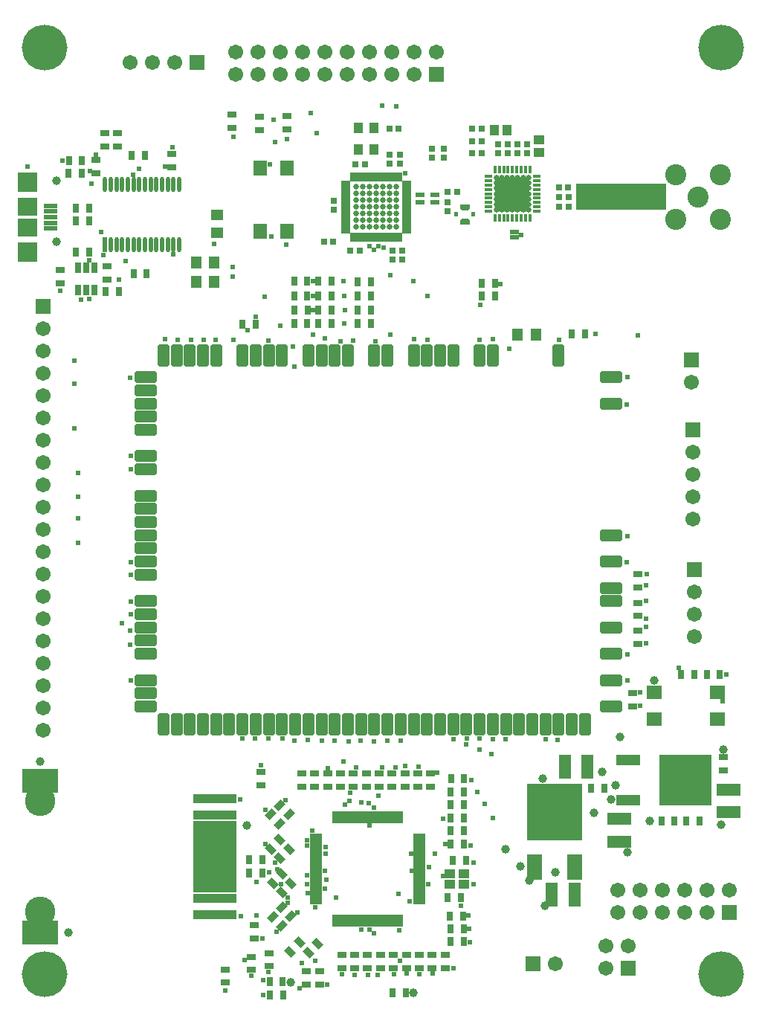
<source format=gts>
G04*
G04 #@! TF.GenerationSoftware,Altium Limited,Altium Designer,19.1.9 (167)*
G04*
G04 Layer_Color=8388736*
%FSLAX44Y44*%
%MOMM*%
G71*
G01*
G75*
%ADD56R,4.0000X4.0000*%
%ADD57R,1.0160X1.1684*%
%ADD58R,0.8032X1.1032*%
%ADD59R,1.3032X1.4032*%
%ADD60R,6.3032X6.5032*%
%ADD61R,1.7032X3.0032*%
%ADD62R,1.1032X1.2032*%
%ADD63R,1.2032X1.1032*%
%ADD64R,0.8032X1.3032*%
%ADD65O,0.5032X1.7032*%
%ADD66R,0.5032X1.7032*%
%ADD67R,2.8032X1.2632*%
%ADD68R,5.9032X5.8352*%
%ADD69R,0.4000X0.9000*%
%ADD70R,0.9000X0.4000*%
%ADD71R,0.5032X0.5782*%
%ADD72R,0.5032X1.0532*%
%ADD73R,1.0532X0.5032*%
%ADD74R,0.5032X1.4032*%
%ADD75R,1.4032X0.5032*%
%ADD76R,1.8032X1.6032*%
%ADD77R,1.6032X1.8032*%
%ADD78R,1.1032X0.8032*%
%ADD79R,0.7620X0.7620*%
%ADD80R,0.7620X0.7620*%
G04:AMPARAMS|DCode=81|XSize=0.8032mm|YSize=1.1032mm|CornerRadius=0mm|HoleSize=0mm|Usage=FLASHONLY|Rotation=45.000|XOffset=0mm|YOffset=0mm|HoleType=Round|Shape=Rectangle|*
%AMROTATEDRECTD81*
4,1,4,0.1061,-0.6740,-0.6740,0.1061,-0.1061,0.6740,0.6740,-0.1061,0.1061,-0.6740,0.0*
%
%ADD81ROTATEDRECTD81*%

G04:AMPARAMS|DCode=82|XSize=0.8032mm|YSize=1.1032mm|CornerRadius=0mm|HoleSize=0mm|Usage=FLASHONLY|Rotation=135.000|XOffset=0mm|YOffset=0mm|HoleType=Round|Shape=Rectangle|*
%AMROTATEDRECTD82*
4,1,4,0.6740,0.1061,-0.1061,-0.6740,-0.6740,-0.1061,0.1061,0.6740,0.6740,0.1061,0.0*
%
%ADD82ROTATEDRECTD82*%

%ADD83R,1.1032X0.5532*%
%ADD84R,1.1684X1.0160*%
%ADD85R,1.6032X0.6032*%
%ADD86R,2.2032X2.2032*%
%ADD87R,2.2032X2.1032*%
G04:AMPARAMS|DCode=88|XSize=2.6032mm|YSize=1.4032mm|CornerRadius=0.4016mm|HoleSize=0mm|Usage=FLASHONLY|Rotation=90.000|XOffset=0mm|YOffset=0mm|HoleType=Round|Shape=RoundedRectangle|*
%AMROUNDEDRECTD88*
21,1,2.6032,0.6000,0,0,90.0*
21,1,1.8000,1.4032,0,0,90.0*
1,1,0.8032,0.3000,0.9000*
1,1,0.8032,0.3000,-0.9000*
1,1,0.8032,-0.3000,-0.9000*
1,1,0.8032,-0.3000,0.9000*
%
%ADD88ROUNDEDRECTD88*%
G04:AMPARAMS|DCode=89|XSize=1.4032mm|YSize=2.6032mm|CornerRadius=0.4016mm|HoleSize=0mm|Usage=FLASHONLY|Rotation=90.000|XOffset=0mm|YOffset=0mm|HoleType=Round|Shape=RoundedRectangle|*
%AMROUNDEDRECTD89*
21,1,1.4032,1.8000,0,0,90.0*
21,1,0.6000,2.6032,0,0,90.0*
1,1,0.8032,0.9000,0.3000*
1,1,0.8032,0.9000,-0.3000*
1,1,0.8032,-0.9000,-0.3000*
1,1,0.8032,-0.9000,0.3000*
%
%ADD89ROUNDEDRECTD89*%
%ADD90R,0.4000X0.5000*%
%ADD91R,0.5000X0.5000*%
%ADD92R,4.1032X2.7032*%
%ADD93R,5.0032X1.0132*%
%ADD94R,1.4032X1.3032*%
%ADD95R,2.8032X1.4032*%
%ADD96R,1.4032X2.8032*%
%ADD97C,1.0032*%
%ADD98C,0.6532*%
%ADD99C,5.2032*%
%ADD100C,1.7032*%
%ADD101R,1.7032X1.7032*%
%ADD102R,1.7032X1.7032*%
%ADD103C,2.4032*%
%ADD104C,3.4532*%
%ADD105C,0.6032*%
G36*
X742500Y905000D02*
X640000D01*
Y935000D01*
X742500D01*
Y905000D01*
D02*
G37*
G36*
X518500Y906550D02*
X516200Y904250D01*
X509800D01*
X507500Y906550D01*
Y911250D01*
X518500D01*
Y906550D01*
D02*
G37*
G36*
X524500Y897250D02*
X520500D01*
Y902250D01*
X524500D01*
Y897250D01*
D02*
G37*
G36*
X505500D02*
X501500D01*
Y902250D01*
X505500D01*
Y897250D01*
D02*
G37*
G36*
X518500Y892950D02*
Y888250D01*
X507500D01*
Y892950D01*
X509800Y895250D01*
X516200D01*
X518500Y892950D01*
D02*
G37*
D56*
X567500Y923250D02*
D03*
D57*
X561112Y995500D02*
D03*
X546888D02*
D03*
D58*
X634750Y763750D02*
D03*
X649750D02*
D03*
X149000Y967000D02*
D03*
X134000D02*
D03*
X119375Y812125D02*
D03*
X104375D02*
D03*
X85250Y856750D02*
D03*
X70250D02*
D03*
X62250Y961302D02*
D03*
X77250D02*
D03*
X136000Y832000D02*
D03*
X151000D02*
D03*
X70000Y892350D02*
D03*
X85000D02*
D03*
X70000Y907053D02*
D03*
X85000D02*
D03*
X61750Y946600D02*
D03*
X76750D02*
D03*
X333750Y775142D02*
D03*
X318750D02*
D03*
X334000Y790845D02*
D03*
X319000D02*
D03*
X333848Y807048D02*
D03*
X318848D02*
D03*
X333848Y823750D02*
D03*
X318848D02*
D03*
X346152Y775142D02*
D03*
X361152D02*
D03*
X346403Y790845D02*
D03*
X361403D02*
D03*
X346250Y807048D02*
D03*
X361250D02*
D03*
X346250Y823750D02*
D03*
X361250D02*
D03*
X547500Y806500D02*
D03*
X532500D02*
D03*
X406250Y775250D02*
D03*
X391250D02*
D03*
X406250Y791000D02*
D03*
X391250D02*
D03*
X406250Y807000D02*
D03*
X391250D02*
D03*
X774750Y375750D02*
D03*
X759750D02*
D03*
X406250Y823250D02*
D03*
X391250D02*
D03*
X532500Y821202D02*
D03*
X547500D02*
D03*
X274750Y775000D02*
D03*
X259750D02*
D03*
X737000Y209500D02*
D03*
X752000D02*
D03*
X765500Y209250D02*
D03*
X780500D02*
D03*
X512250Y183202D02*
D03*
X497250D02*
D03*
X511750Y71690D02*
D03*
X496750D02*
D03*
X511750Y86392D02*
D03*
X496750D02*
D03*
X497250Y212905D02*
D03*
X512250D02*
D03*
X512500Y257013D02*
D03*
X497500D02*
D03*
X512250Y242310D02*
D03*
X497250D02*
D03*
X512250Y227608D02*
D03*
X497250D02*
D03*
X512250Y198202D02*
D03*
X497250D02*
D03*
X496250Y101095D02*
D03*
X511250D02*
D03*
X267500Y165000D02*
D03*
X282500D02*
D03*
X446000Y13750D02*
D03*
X431000D02*
D03*
X803750Y375500D02*
D03*
X788750D02*
D03*
X672000Y246750D02*
D03*
X657000D02*
D03*
X514500Y164500D02*
D03*
X499500D02*
D03*
X508750Y121500D02*
D03*
X493750D02*
D03*
X290750Y26250D02*
D03*
X305750D02*
D03*
X291000Y11250D02*
D03*
X306000D02*
D03*
X282500Y150000D02*
D03*
X267500D02*
D03*
D59*
X594000Y762500D02*
D03*
X573000D02*
D03*
X228000Y822750D02*
D03*
X207000D02*
D03*
X228000Y845000D02*
D03*
X207000D02*
D03*
D60*
X615750Y219250D02*
D03*
D61*
X592890Y156750D02*
D03*
X638610D02*
D03*
D62*
X392111Y998025D02*
D03*
Y974025D02*
D03*
X410111D02*
D03*
Y998025D02*
D03*
D63*
X512500Y136750D02*
D03*
Y149000D02*
D03*
X496000Y136750D02*
D03*
Y149000D02*
D03*
D64*
X72500Y813250D02*
D03*
X82000D02*
D03*
X91500D02*
D03*
X72500Y839250D02*
D03*
X82000D02*
D03*
X91500D02*
D03*
D65*
X188000Y934250D02*
D03*
X181500D02*
D03*
X175000D02*
D03*
X168500D02*
D03*
X162000D02*
D03*
X155500D02*
D03*
X149000D02*
D03*
X142500D02*
D03*
X136000D02*
D03*
X129500D02*
D03*
X123000D02*
D03*
X116500D02*
D03*
X110000D02*
D03*
X103500D02*
D03*
X188000Y865250D02*
D03*
X181500D02*
D03*
X175000D02*
D03*
X168500D02*
D03*
X162000D02*
D03*
X155500D02*
D03*
X149000D02*
D03*
X142500D02*
D03*
X136000D02*
D03*
X129500D02*
D03*
X123000D02*
D03*
X116500D02*
D03*
X110000D02*
D03*
D66*
X103500D02*
D03*
D67*
X699250Y278860D02*
D03*
Y233140D02*
D03*
D68*
X764750Y256000D02*
D03*
D69*
X547500Y950750D02*
D03*
X552500D02*
D03*
X557500D02*
D03*
X562500D02*
D03*
X567500D02*
D03*
X572500D02*
D03*
X577500D02*
D03*
X582500D02*
D03*
X587500D02*
D03*
Y895750D02*
D03*
X582500D02*
D03*
X577500D02*
D03*
X572500D02*
D03*
X567500D02*
D03*
X562500D02*
D03*
X557500D02*
D03*
X552500D02*
D03*
X547500D02*
D03*
D70*
X595000Y943250D02*
D03*
Y938250D02*
D03*
Y933250D02*
D03*
Y928250D02*
D03*
Y923250D02*
D03*
Y918250D02*
D03*
Y913250D02*
D03*
Y908250D02*
D03*
Y903250D02*
D03*
X540000D02*
D03*
Y908250D02*
D03*
Y913250D02*
D03*
Y918250D02*
D03*
Y923250D02*
D03*
Y928250D02*
D03*
Y933250D02*
D03*
Y938250D02*
D03*
Y943250D02*
D03*
D71*
X567500Y873750D02*
D03*
Y879500D02*
D03*
X572500D02*
D03*
Y873751D02*
D03*
X577500Y876625D02*
D03*
D72*
X439741Y873589D02*
D03*
X434741D02*
D03*
X429741D02*
D03*
X424741D02*
D03*
X419741D02*
D03*
X414741D02*
D03*
X409741D02*
D03*
X404741D02*
D03*
X399741D02*
D03*
X394741D02*
D03*
X389741D02*
D03*
X384741D02*
D03*
Y942589D02*
D03*
X389741D02*
D03*
X394741D02*
D03*
X399741D02*
D03*
X404741D02*
D03*
X409741D02*
D03*
X414741D02*
D03*
X419741D02*
D03*
X424741D02*
D03*
X429741D02*
D03*
X434741D02*
D03*
X439741D02*
D03*
D73*
X377741Y880589D02*
D03*
Y885589D02*
D03*
Y890589D02*
D03*
Y895589D02*
D03*
Y900589D02*
D03*
Y905589D02*
D03*
Y910589D02*
D03*
Y915589D02*
D03*
Y920589D02*
D03*
Y925589D02*
D03*
Y930589D02*
D03*
Y935589D02*
D03*
X446741D02*
D03*
Y930589D02*
D03*
Y925589D02*
D03*
Y920589D02*
D03*
Y915589D02*
D03*
Y910589D02*
D03*
Y905589D02*
D03*
Y900589D02*
D03*
Y895589D02*
D03*
Y890589D02*
D03*
Y885589D02*
D03*
Y880589D02*
D03*
D74*
X365000Y95500D02*
D03*
X370000D02*
D03*
X375000D02*
D03*
X380000D02*
D03*
X385000D02*
D03*
X390000D02*
D03*
X395000D02*
D03*
X400000D02*
D03*
X405000D02*
D03*
X410000D02*
D03*
X415000D02*
D03*
X420000D02*
D03*
X425000D02*
D03*
X430000D02*
D03*
X435000D02*
D03*
X440000D02*
D03*
Y213500D02*
D03*
X435000D02*
D03*
X430000D02*
D03*
X425000D02*
D03*
X420000D02*
D03*
X415000D02*
D03*
X410000D02*
D03*
X405000D02*
D03*
X400000D02*
D03*
X395000D02*
D03*
X390000D02*
D03*
X385000D02*
D03*
X380000D02*
D03*
X375000D02*
D03*
X370000D02*
D03*
X365000D02*
D03*
D75*
X461500Y117000D02*
D03*
Y122000D02*
D03*
Y127000D02*
D03*
Y132000D02*
D03*
Y137000D02*
D03*
Y142000D02*
D03*
Y147000D02*
D03*
Y152000D02*
D03*
Y157000D02*
D03*
Y162000D02*
D03*
Y167000D02*
D03*
Y172000D02*
D03*
Y177000D02*
D03*
Y182000D02*
D03*
Y187000D02*
D03*
Y192000D02*
D03*
X343500D02*
D03*
Y187000D02*
D03*
Y182000D02*
D03*
Y177000D02*
D03*
Y172000D02*
D03*
Y167000D02*
D03*
Y162000D02*
D03*
Y157000D02*
D03*
Y152000D02*
D03*
Y147000D02*
D03*
Y142000D02*
D03*
Y137000D02*
D03*
Y132000D02*
D03*
Y127000D02*
D03*
Y122000D02*
D03*
Y117000D02*
D03*
D76*
X801250Y355500D02*
D03*
X729250D02*
D03*
X801250Y325500D02*
D03*
X729250D02*
D03*
D77*
X280250Y952500D02*
D03*
Y880500D02*
D03*
X310250Y952500D02*
D03*
Y880500D02*
D03*
D78*
X52250Y821250D02*
D03*
Y836250D02*
D03*
X117500Y977000D02*
D03*
Y992000D02*
D03*
X102797Y977000D02*
D03*
Y992000D02*
D03*
X248250Y998250D02*
D03*
Y1013250D02*
D03*
X279250Y995800D02*
D03*
Y1010800D02*
D03*
X310500Y996500D02*
D03*
Y1011500D02*
D03*
X105750Y825678D02*
D03*
Y840678D02*
D03*
X290000Y43750D02*
D03*
Y58750D02*
D03*
X402453Y41498D02*
D03*
Y56498D02*
D03*
X373047Y41498D02*
D03*
Y56498D02*
D03*
X347750Y23000D02*
D03*
Y38000D02*
D03*
X342125Y263250D02*
D03*
Y248250D02*
D03*
X417155Y56497D02*
D03*
Y41498D02*
D03*
X387750Y56497D02*
D03*
Y41498D02*
D03*
X333047Y38000D02*
D03*
Y23000D02*
D03*
X327422Y263250D02*
D03*
Y248250D02*
D03*
X356827Y263250D02*
D03*
Y248250D02*
D03*
X371530Y248250D02*
D03*
Y263250D02*
D03*
X400935Y263250D02*
D03*
Y248250D02*
D03*
X281250Y265000D02*
D03*
Y250000D02*
D03*
X240750Y25000D02*
D03*
Y40000D02*
D03*
X445042Y263250D02*
D03*
Y248250D02*
D03*
X474448Y263250D02*
D03*
Y248250D02*
D03*
X459745Y263250D02*
D03*
Y248250D02*
D03*
X490668Y56497D02*
D03*
Y41498D02*
D03*
X415637Y248250D02*
D03*
Y263250D02*
D03*
X430340Y248250D02*
D03*
Y263250D02*
D03*
X273250Y75250D02*
D03*
Y90250D02*
D03*
X704000Y354750D02*
D03*
Y339750D02*
D03*
X710000Y490000D02*
D03*
Y475000D02*
D03*
X92750Y946500D02*
D03*
Y961500D02*
D03*
X179750Y953750D02*
D03*
Y968750D02*
D03*
X710000Y411000D02*
D03*
Y426000D02*
D03*
Y442500D02*
D03*
Y457500D02*
D03*
X807750Y282000D02*
D03*
Y267000D02*
D03*
X386232Y263250D02*
D03*
Y248250D02*
D03*
X475965Y41498D02*
D03*
Y56498D02*
D03*
X461263Y41498D02*
D03*
Y56498D02*
D03*
X446560Y41498D02*
D03*
Y56498D02*
D03*
X431858Y41498D02*
D03*
Y56498D02*
D03*
X270250Y39500D02*
D03*
Y54500D02*
D03*
D79*
X631086Y930591D02*
D03*
X620418D02*
D03*
X620500Y908250D02*
D03*
X631168D02*
D03*
Y919420D02*
D03*
X620500D02*
D03*
X427250Y997500D02*
D03*
X437918D02*
D03*
X388491Y956339D02*
D03*
X399159D02*
D03*
X382750Y858500D02*
D03*
X393418D02*
D03*
X352621Y868828D02*
D03*
X363289D02*
D03*
X504325Y925089D02*
D03*
X493657D02*
D03*
X521750Y969750D02*
D03*
X532418D02*
D03*
X521750Y997000D02*
D03*
X532418D02*
D03*
X521666Y983250D02*
D03*
X532334D02*
D03*
D80*
X489500Y964166D02*
D03*
Y974834D02*
D03*
X475750Y964166D02*
D03*
Y974834D02*
D03*
X551250Y969000D02*
D03*
Y979668D02*
D03*
X363741Y904755D02*
D03*
Y915423D02*
D03*
X573337Y969000D02*
D03*
Y979668D02*
D03*
X427741Y968089D02*
D03*
Y957421D02*
D03*
X430779Y847950D02*
D03*
Y858618D02*
D03*
X438912Y968007D02*
D03*
Y957339D02*
D03*
X441950Y847950D02*
D03*
Y858618D02*
D03*
X493491Y913918D02*
D03*
Y903250D02*
D03*
X584507Y969000D02*
D03*
Y979668D02*
D03*
X562166Y969000D02*
D03*
Y979668D02*
D03*
D81*
X335000Y58931D02*
D03*
X345607Y69537D02*
D03*
X324749Y71037D02*
D03*
X314142Y60430D02*
D03*
X313053Y177230D02*
D03*
X302447Y166624D02*
D03*
X294374Y138374D02*
D03*
X304980Y148980D02*
D03*
X291947Y177124D02*
D03*
X302553Y187730D02*
D03*
X315230Y138383D02*
D03*
X304624Y127776D02*
D03*
D82*
X313053Y216624D02*
D03*
X302447Y227230D02*
D03*
X294374Y99980D02*
D03*
X304980Y89374D02*
D03*
X291647Y216670D02*
D03*
X302253Y206064D02*
D03*
X315230Y100374D02*
D03*
X304624Y110980D02*
D03*
D83*
X479241Y913839D02*
D03*
Y922339D02*
D03*
X462241Y913839D02*
D03*
Y922339D02*
D03*
D84*
X597710Y984724D02*
D03*
Y970500D02*
D03*
D85*
X41000Y909600D02*
D03*
Y903100D02*
D03*
Y896600D02*
D03*
Y890100D02*
D03*
Y883600D02*
D03*
D86*
X15500Y936600D02*
D03*
Y856600D02*
D03*
D87*
Y884600D02*
D03*
Y908600D02*
D03*
D88*
X290000Y319500D02*
D03*
X440000D02*
D03*
X605000D02*
D03*
X170000D02*
D03*
X215000D02*
D03*
X230000D02*
D03*
X275000D02*
D03*
X335000D02*
D03*
X320000D02*
D03*
X350000D02*
D03*
X380000D02*
D03*
X395000D02*
D03*
X410000D02*
D03*
X455000D02*
D03*
X500000D02*
D03*
X515000D02*
D03*
X560000D02*
D03*
X575000D02*
D03*
X620000D02*
D03*
X635000D02*
D03*
X185000D02*
D03*
X200000D02*
D03*
X245000D02*
D03*
X260000D02*
D03*
X305000D02*
D03*
X365000D02*
D03*
X425000D02*
D03*
X470000D02*
D03*
X485000D02*
D03*
X530000D02*
D03*
X545000D02*
D03*
X590000D02*
D03*
X650000D02*
D03*
X290000Y739500D02*
D03*
X170000D02*
D03*
X275000D02*
D03*
X215000D02*
D03*
X230000D02*
D03*
X335000D02*
D03*
X350000D02*
D03*
X410000D02*
D03*
X380000D02*
D03*
X455000D02*
D03*
X500000D02*
D03*
X620000D02*
D03*
X185000D02*
D03*
X200000D02*
D03*
X260000D02*
D03*
X305000D02*
D03*
X365000D02*
D03*
X425000D02*
D03*
X470000D02*
D03*
X485000D02*
D03*
X530000D02*
D03*
X545000D02*
D03*
D89*
X680000Y684500D02*
D03*
Y504500D02*
D03*
Y459500D02*
D03*
Y399500D02*
D03*
Y339500D02*
D03*
Y714500D02*
D03*
Y534500D02*
D03*
Y474500D02*
D03*
Y429500D02*
D03*
Y369500D02*
D03*
X150000Y549500D02*
D03*
Y699500D02*
D03*
Y684500D02*
D03*
Y669500D02*
D03*
Y624500D02*
D03*
Y609500D02*
D03*
Y579500D02*
D03*
Y564500D02*
D03*
Y519500D02*
D03*
Y504500D02*
D03*
Y399500D02*
D03*
Y444500D02*
D03*
Y459500D02*
D03*
Y339500D02*
D03*
Y354500D02*
D03*
Y714500D02*
D03*
Y654500D02*
D03*
Y534500D02*
D03*
Y489500D02*
D03*
Y429500D02*
D03*
Y414500D02*
D03*
Y369500D02*
D03*
D90*
X522500Y899750D02*
D03*
X503500D02*
D03*
D91*
X513000Y908250D02*
D03*
Y891250D02*
D03*
D92*
X29300Y81850D02*
D03*
Y255250D02*
D03*
D93*
X228500Y234650D02*
D03*
Y102450D02*
D03*
Y120850D02*
D03*
Y216250D02*
D03*
Y204250D02*
D03*
Y194050D02*
D03*
Y183850D02*
D03*
Y132850D02*
D03*
Y143050D02*
D03*
Y153250D02*
D03*
Y163450D02*
D03*
Y173650D02*
D03*
D94*
X230750Y878500D02*
D03*
Y899500D02*
D03*
D95*
X813750Y245000D02*
D03*
Y219000D02*
D03*
X689500Y211750D02*
D03*
Y185750D02*
D03*
D96*
X653000Y271000D02*
D03*
X627000D02*
D03*
X638000Y125000D02*
D03*
X612000D02*
D03*
D97*
X635750Y229250D02*
D03*
X625750D02*
D03*
X615750D02*
D03*
X605750D02*
D03*
X595750D02*
D03*
X605750Y209250D02*
D03*
X615750D02*
D03*
X625750D02*
D03*
Y219250D02*
D03*
X635750D02*
D03*
Y209250D02*
D03*
Y199250D02*
D03*
X625750D02*
D03*
X615750D02*
D03*
X605750D02*
D03*
X595750D02*
D03*
Y209250D02*
D03*
Y219250D02*
D03*
X605750D02*
D03*
X615750D02*
D03*
X764250Y256000D02*
D03*
Y266000D02*
D03*
Y276000D02*
D03*
X774250D02*
D03*
Y266000D02*
D03*
Y256000D02*
D03*
Y246000D02*
D03*
Y236000D02*
D03*
X764250D02*
D03*
Y246000D02*
D03*
X754250Y236000D02*
D03*
Y246000D02*
D03*
Y256000D02*
D03*
Y266000D02*
D03*
Y276000D02*
D03*
X744250D02*
D03*
Y266000D02*
D03*
Y256000D02*
D03*
Y246000D02*
D03*
Y236000D02*
D03*
X680000Y233500D02*
D03*
X604000Y113000D02*
D03*
X601500Y257500D02*
D03*
X660500Y218500D02*
D03*
X729250Y369250D02*
D03*
X264500Y204250D02*
D03*
X61500Y82500D02*
D03*
X29750Y277250D02*
D03*
X805483Y205017D02*
D03*
X807483Y290267D02*
D03*
X684750Y249500D02*
D03*
X723733Y209267D02*
D03*
X698233Y173517D02*
D03*
X616500Y150500D02*
D03*
X576233Y157267D02*
D03*
X586483Y141017D02*
D03*
X670000Y265000D02*
D03*
X690000Y305000D02*
D03*
X48500Y868750D02*
D03*
X559750Y177250D02*
D03*
X454250Y13750D02*
D03*
X315000Y25000D02*
D03*
X48500Y938250D02*
D03*
D98*
X567500Y923250D02*
D03*
X561500D02*
D03*
X555500D02*
D03*
X549500D02*
D03*
Y929250D02*
D03*
Y935250D02*
D03*
Y941250D02*
D03*
X555500D02*
D03*
X561500D02*
D03*
X567500D02*
D03*
X573500D02*
D03*
X579500D02*
D03*
X585500D02*
D03*
Y935250D02*
D03*
Y929250D02*
D03*
Y923250D02*
D03*
Y917250D02*
D03*
Y911250D02*
D03*
Y905250D02*
D03*
X579500D02*
D03*
X573500D02*
D03*
X567500D02*
D03*
X561500D02*
D03*
X555500D02*
D03*
X549500D02*
D03*
Y911250D02*
D03*
Y917250D02*
D03*
X555500D02*
D03*
X561500D02*
D03*
X567500D02*
D03*
Y911250D02*
D03*
X561500D02*
D03*
X555500D02*
D03*
Y929250D02*
D03*
Y935250D02*
D03*
X561500D02*
D03*
X567500D02*
D03*
X573500D02*
D03*
X579500D02*
D03*
Y929250D02*
D03*
Y923250D02*
D03*
Y917250D02*
D03*
Y911250D02*
D03*
X573500D02*
D03*
Y917250D02*
D03*
Y923250D02*
D03*
Y929250D02*
D03*
X567500D02*
D03*
X561500D02*
D03*
X397001Y923329D02*
D03*
X404621D02*
D03*
X412241D02*
D03*
X419861D02*
D03*
X427481D02*
D03*
Y915709D02*
D03*
Y908089D02*
D03*
Y900469D02*
D03*
Y892849D02*
D03*
X419861D02*
D03*
X412241D02*
D03*
X404621D02*
D03*
X397001D02*
D03*
Y900469D02*
D03*
X404621D02*
D03*
X412241D02*
D03*
X419861D02*
D03*
Y908089D02*
D03*
Y915709D02*
D03*
X412241D02*
D03*
X404621D02*
D03*
X397001D02*
D03*
X389381D02*
D03*
Y923329D02*
D03*
Y930949D02*
D03*
X397001D02*
D03*
X404621D02*
D03*
X412241D02*
D03*
X419861D02*
D03*
X427481D02*
D03*
X435101D02*
D03*
Y923329D02*
D03*
Y915709D02*
D03*
Y908089D02*
D03*
Y900469D02*
D03*
Y892849D02*
D03*
Y885229D02*
D03*
X427481D02*
D03*
X419861D02*
D03*
X412241D02*
D03*
X404621D02*
D03*
X397001D02*
D03*
X389381D02*
D03*
Y892849D02*
D03*
Y900469D02*
D03*
Y908089D02*
D03*
X397001D02*
D03*
X404621D02*
D03*
X412241D02*
D03*
D99*
X805000Y1090000D02*
D03*
X35000D02*
D03*
X805000Y35000D02*
D03*
X35000D02*
D03*
D100*
X32500Y642750D02*
D03*
Y668150D02*
D03*
Y693550D02*
D03*
Y718950D02*
D03*
Y744350D02*
D03*
Y769750D02*
D03*
Y617350D02*
D03*
Y591950D02*
D03*
Y566550D02*
D03*
Y541150D02*
D03*
Y515750D02*
D03*
Y490350D02*
D03*
Y464950D02*
D03*
Y439550D02*
D03*
Y414150D02*
D03*
Y388750D02*
D03*
Y363350D02*
D03*
Y337950D02*
D03*
Y312550D02*
D03*
X252250Y1084150D02*
D03*
X277650D02*
D03*
X303050D02*
D03*
X328450D02*
D03*
X252250Y1058750D02*
D03*
X277650D02*
D03*
X303050D02*
D03*
X328450D02*
D03*
X430050Y1084150D02*
D03*
Y1058750D02*
D03*
X480850Y1084150D02*
D03*
X455450Y1058750D02*
D03*
Y1084150D02*
D03*
X404650Y1058750D02*
D03*
Y1084150D02*
D03*
X379250Y1058750D02*
D03*
Y1084150D02*
D03*
X353850Y1058750D02*
D03*
Y1084150D02*
D03*
X773000Y552950D02*
D03*
Y578350D02*
D03*
Y603750D02*
D03*
Y629150D02*
D03*
X131700Y1072750D02*
D03*
X157100D02*
D03*
X182500D02*
D03*
X774250Y419450D02*
D03*
Y444850D02*
D03*
Y470250D02*
D03*
X771500Y708750D02*
D03*
X616000Y46500D02*
D03*
X699500Y66900D02*
D03*
X674100Y41500D02*
D03*
Y66900D02*
D03*
X763750Y130400D02*
D03*
Y105000D02*
D03*
X814550Y130400D02*
D03*
X789150Y105000D02*
D03*
Y130400D02*
D03*
X738350Y105000D02*
D03*
Y130400D02*
D03*
X712950Y105000D02*
D03*
Y130400D02*
D03*
X687550Y105000D02*
D03*
Y130400D02*
D03*
D101*
X32500Y795150D02*
D03*
X773000Y654550D02*
D03*
X774250Y495650D02*
D03*
X771500Y734150D02*
D03*
D102*
X480850Y1058750D02*
D03*
X207900Y1072750D02*
D03*
X590600Y46500D02*
D03*
X699500Y41500D02*
D03*
X814550Y105000D02*
D03*
D103*
X778600Y919650D02*
D03*
X753200Y945050D02*
D03*
Y894250D02*
D03*
X804000D02*
D03*
Y945050D02*
D03*
D104*
X29300Y106050D02*
D03*
Y232050D02*
D03*
D105*
X662000Y763750D02*
D03*
X564000Y747000D02*
D03*
X353750Y758250D02*
D03*
X249250Y757000D02*
D03*
X119500Y825250D02*
D03*
X135750Y945250D02*
D03*
X414770Y237512D02*
D03*
X55000Y961250D02*
D03*
X304000Y137250D02*
D03*
X85500Y803500D02*
D03*
X85754Y847791D02*
D03*
X227500Y865750D02*
D03*
X248750Y840250D02*
D03*
Y828750D02*
D03*
X386250Y756250D02*
D03*
X806750Y345250D02*
D03*
X374750Y276500D02*
D03*
X405000Y203750D02*
D03*
X453022Y152007D02*
D03*
X488500Y146250D02*
D03*
X523250Y161750D02*
D03*
X523000Y136750D02*
D03*
X509000Y113000D02*
D03*
X471500Y137000D02*
D03*
X452250Y172000D02*
D03*
X343000Y49750D02*
D03*
X262263Y50753D02*
D03*
X440000Y300250D02*
D03*
X68500Y656500D02*
D03*
X529500Y290250D02*
D03*
X544750Y302250D02*
D03*
X302750Y772750D02*
D03*
X122500Y434500D02*
D03*
X380500Y300000D02*
D03*
X259750Y303250D02*
D03*
X697500Y683250D02*
D03*
X185750Y756750D02*
D03*
X605500Y302250D02*
D03*
X559500D02*
D03*
X132000Y426000D02*
D03*
X350250Y300500D02*
D03*
X215500Y757000D02*
D03*
X132750Y368750D02*
D03*
X132000Y713750D02*
D03*
X68503Y733536D02*
D03*
X305250Y303000D02*
D03*
X371750Y755000D02*
D03*
X132500Y609500D02*
D03*
X274250Y303000D02*
D03*
X543063Y285312D02*
D03*
X428500Y763250D02*
D03*
X394750Y300250D02*
D03*
X500250Y302250D02*
D03*
X229750Y756500D02*
D03*
X411500Y755500D02*
D03*
X317000Y749250D02*
D03*
X364500Y300250D02*
D03*
X455000Y757500D02*
D03*
X620500Y756750D02*
D03*
X132500Y489500D02*
D03*
X72503Y605530D02*
D03*
X514500Y296000D02*
D03*
X698500Y714750D02*
D03*
Y533250D02*
D03*
Y369000D02*
D03*
X340250Y763000D02*
D03*
X132500Y624500D02*
D03*
X424750Y300250D02*
D03*
X530250Y757000D02*
D03*
X289750Y303000D02*
D03*
X334250Y301000D02*
D03*
X410000Y300000D02*
D03*
X619000Y301500D02*
D03*
X697500Y504000D02*
D03*
X545000Y757750D02*
D03*
X285500Y805750D02*
D03*
X289250Y755750D02*
D03*
X470750Y756500D02*
D03*
X72503Y578278D02*
D03*
X530250Y302750D02*
D03*
X698500Y398750D02*
D03*
X172000Y757750D02*
D03*
X132750Y444250D02*
D03*
X319250Y300750D02*
D03*
X515250Y302750D02*
D03*
X319500Y726250D02*
D03*
X201500Y756750D02*
D03*
X133000Y503750D02*
D03*
X132500Y458500D02*
D03*
X132250Y409750D02*
D03*
X68503Y707284D02*
D03*
X72503Y526026D02*
D03*
Y554027D02*
D03*
X289750Y37500D02*
D03*
X270000Y32750D02*
D03*
X283750Y27750D02*
D03*
X283250Y11000D02*
D03*
X356250Y22500D02*
D03*
X342500Y111000D02*
D03*
X355250Y142000D02*
D03*
X366250Y122000D02*
D03*
X327750Y47750D02*
D03*
X414250Y34250D02*
D03*
X388000Y33750D02*
D03*
X435000Y1022500D02*
D03*
X418750Y1023500D02*
D03*
X710000Y762000D02*
D03*
X180000Y976000D02*
D03*
X172000Y954250D02*
D03*
X92750Y967500D02*
D03*
X86500Y949500D02*
D03*
X127250Y847000D02*
D03*
X76250Y802500D02*
D03*
X810750Y376000D02*
D03*
X720000Y490000D02*
D03*
X719785Y439771D02*
D03*
X719750Y411250D02*
D03*
X713000Y355500D02*
D03*
X291500Y957000D02*
D03*
X293000Y875000D02*
D03*
X52500Y812500D02*
D03*
X181500Y854250D02*
D03*
X101500Y853500D02*
D03*
X142250Y952000D02*
D03*
X311000Y985500D02*
D03*
X297000Y982500D02*
D03*
X249250Y988250D02*
D03*
X488750Y211750D02*
D03*
X519250Y71250D02*
D03*
X438750Y84750D02*
D03*
X409750Y81250D02*
D03*
X405000Y85250D02*
D03*
X395000Y85500D02*
D03*
X240250Y16250D02*
D03*
X281250Y272750D02*
D03*
X322500Y105250D02*
D03*
X290000Y150750D02*
D03*
X286250Y183250D02*
D03*
X339000Y197750D02*
D03*
X354750Y179500D02*
D03*
X333250Y147000D02*
D03*
X333750Y137000D02*
D03*
X334000Y127000D02*
D03*
X286250Y222000D02*
D03*
X357500Y269000D02*
D03*
X389750Y270250D02*
D03*
X418750Y269750D02*
D03*
X434250Y270250D02*
D03*
X517000Y102000D02*
D03*
X518000Y86000D02*
D03*
X476500Y35250D02*
D03*
X461750Y35000D02*
D03*
X447000Y35250D02*
D03*
X432250Y34500D02*
D03*
X403000Y34250D02*
D03*
X373250Y34750D02*
D03*
X756500Y383500D02*
D03*
X713000Y340500D02*
D03*
X719500Y430500D02*
D03*
X719750Y459500D02*
D03*
X719250Y477500D02*
D03*
X445250Y946750D02*
D03*
X428500Y830750D02*
D03*
X420770Y862292D02*
D03*
X414770Y863292D02*
D03*
X409750Y859750D02*
D03*
X404750Y863250D02*
D03*
X375875Y807000D02*
D03*
X375500Y775250D02*
D03*
X376500Y790845D02*
D03*
X375000Y823750D02*
D03*
X553250Y820500D02*
D03*
X265750Y767500D02*
D03*
X275250Y783500D02*
D03*
X531000Y796500D02*
D03*
X309750Y865500D02*
D03*
X15250Y954000D02*
D03*
X99250Y879750D02*
D03*
X88000Y935000D02*
D03*
X333500Y181500D02*
D03*
X311250Y116250D02*
D03*
X333500Y187500D02*
D03*
X311250Y122250D02*
D03*
X339847Y823500D02*
D03*
X295000Y1007250D02*
D03*
X344500Y992500D02*
D03*
X337750Y1015250D02*
D03*
X471000Y807250D02*
D03*
X454750Y823500D02*
D03*
X340250Y790750D02*
D03*
X340000Y807000D02*
D03*
X325250Y19000D02*
D03*
X439000Y50000D02*
D03*
X481500Y264500D02*
D03*
X491250Y182750D02*
D03*
X479500Y171500D02*
D03*
X472273Y156758D02*
D03*
X460750Y270500D02*
D03*
X409750Y224250D02*
D03*
X445000Y271500D02*
D03*
X545000Y212500D02*
D03*
X536000Y228250D02*
D03*
X527500Y242500D02*
D03*
X521000Y255750D02*
D03*
X403750Y229250D02*
D03*
X395000Y230500D02*
D03*
X382000Y232000D02*
D03*
X376250Y228000D02*
D03*
X520000Y181250D02*
D03*
X500000Y41750D02*
D03*
X382250Y241500D02*
D03*
X257250Y233500D02*
D03*
X450000Y117250D02*
D03*
X257750Y100500D02*
D03*
X438000Y126500D02*
D03*
X282750Y75750D02*
D03*
X354000Y132000D02*
D03*
Y152250D02*
D03*
X354500Y172000D02*
D03*
X309250Y233000D02*
D03*
X297000Y161500D02*
D03*
X299250Y154500D02*
D03*
X298750Y83000D02*
D03*
X275750Y101250D02*
D03*
X276000Y139750D02*
D03*
M02*

</source>
